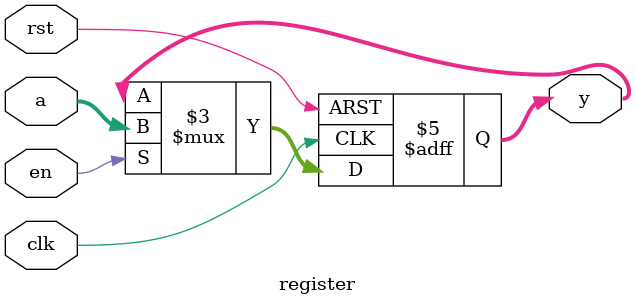
<source format=v>
`timescale 1ns / 1ps


module register
#(parameter WIDTH = 32)
(
    input [WIDTH-1:0] a,
    output reg [WIDTH-1:0] y,
    input clk,
    input en,
    input rst
);
always @(posedge clk or posedge rst)
if(rst)
    y=0;
else
    if(en)
        y=a;
endmodule

</source>
